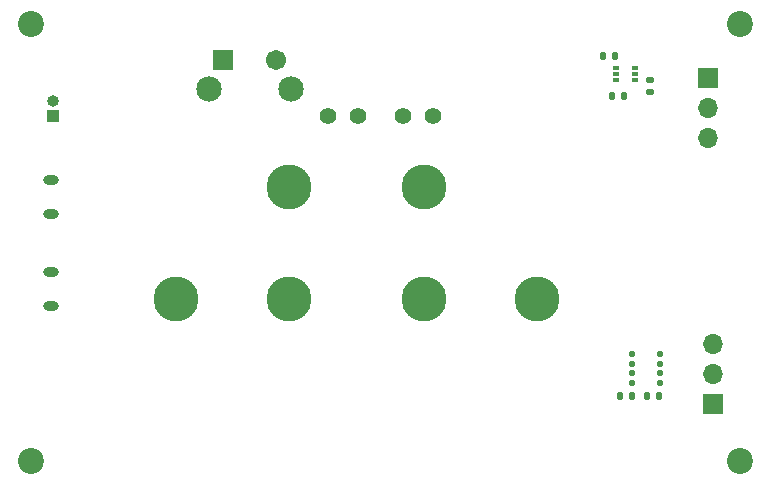
<source format=gbs>
%TF.GenerationSoftware,KiCad,Pcbnew,8.0.2-1*%
%TF.CreationDate,2025-01-23T13:43:47+09:00*%
%TF.ProjectId,gas_nrf52832,6761735f-6e72-4663-9532-3833322e6b69,rev?*%
%TF.SameCoordinates,Original*%
%TF.FileFunction,Soldermask,Bot*%
%TF.FilePolarity,Negative*%
%FSLAX46Y46*%
G04 Gerber Fmt 4.6, Leading zero omitted, Abs format (unit mm)*
G04 Created by KiCad (PCBNEW 8.0.2-1) date 2025-01-23 13:43:47*
%MOMM*%
%LPD*%
G01*
G04 APERTURE LIST*
G04 Aperture macros list*
%AMRoundRect*
0 Rectangle with rounded corners*
0 $1 Rounding radius*
0 $2 $3 $4 $5 $6 $7 $8 $9 X,Y pos of 4 corners*
0 Add a 4 corners polygon primitive as box body*
4,1,4,$2,$3,$4,$5,$6,$7,$8,$9,$2,$3,0*
0 Add four circle primitives for the rounded corners*
1,1,$1+$1,$2,$3*
1,1,$1+$1,$4,$5*
1,1,$1+$1,$6,$7*
1,1,$1+$1,$8,$9*
0 Add four rect primitives between the rounded corners*
20,1,$1+$1,$2,$3,$4,$5,0*
20,1,$1+$1,$4,$5,$6,$7,0*
20,1,$1+$1,$6,$7,$8,$9,0*
20,1,$1+$1,$8,$9,$2,$3,0*%
G04 Aperture macros list end*
%ADD10C,1.400000*%
%ADD11R,1.000000X1.000000*%
%ADD12O,1.000000X1.000000*%
%ADD13R,1.700000X1.700000*%
%ADD14O,1.700000X1.700000*%
%ADD15C,2.200000*%
%ADD16RoundRect,0.102000X0.754000X0.754000X-0.754000X0.754000X-0.754000X-0.754000X0.754000X-0.754000X0*%
%ADD17C,1.712000*%
%ADD18C,2.154000*%
%ADD19O,1.304000X0.904000*%
%ADD20RoundRect,0.135000X-0.135000X-0.185000X0.135000X-0.185000X0.135000X0.185000X-0.135000X0.185000X0*%
%ADD21R,0.492000X0.300000*%
%ADD22RoundRect,0.125000X0.137500X-0.125000X0.137500X0.125000X-0.137500X0.125000X-0.137500X-0.125000X0*%
%ADD23RoundRect,0.135000X0.135000X0.185000X-0.135000X0.185000X-0.135000X-0.185000X0.135000X-0.185000X0*%
%ADD24C,3.800000*%
%ADD25RoundRect,0.140000X0.140000X0.170000X-0.140000X0.170000X-0.140000X-0.170000X0.140000X-0.170000X0*%
%ADD26RoundRect,0.135000X0.185000X-0.135000X0.185000X0.135000X-0.185000X0.135000X-0.185000X-0.135000X0*%
%ADD27RoundRect,0.140000X-0.140000X-0.170000X0.140000X-0.170000X0.140000X0.170000X-0.140000X0.170000X0*%
G04 APERTURE END LIST*
D10*
X128100000Y-110250000D03*
X130640000Y-110250000D03*
D11*
X104860000Y-110260000D03*
D12*
X104860000Y-108990000D03*
D13*
X160710000Y-134610000D03*
D14*
X160710000Y-132070000D03*
X160710000Y-129530000D03*
D15*
X103000000Y-102500000D03*
X103000000Y-139500000D03*
X163000000Y-102500000D03*
X163000000Y-139500000D03*
D13*
X160330000Y-107030000D03*
D14*
X160330000Y-109570000D03*
X160330000Y-112110000D03*
D16*
X119250000Y-105500000D03*
D17*
X123750000Y-105500000D03*
D18*
X118000000Y-108000000D03*
X125000000Y-108000000D03*
D10*
X134500000Y-110250000D03*
X137040000Y-110250000D03*
D19*
X104650000Y-118550000D03*
X104650000Y-126350000D03*
X104650000Y-123450000D03*
X104650000Y-115650000D03*
D20*
X151434000Y-105155000D03*
X152454000Y-105155000D03*
D21*
X154134000Y-106230000D03*
X154134000Y-106730000D03*
X154134000Y-107230000D03*
X152466000Y-107230000D03*
X152466000Y-106730000D03*
X152466000Y-106230000D03*
D22*
X156195000Y-132840000D03*
X156195000Y-132040000D03*
X156195000Y-131240000D03*
X156195000Y-130440000D03*
X153820000Y-130440000D03*
X153820000Y-131240000D03*
X153820000Y-132040000D03*
X153820000Y-132840000D03*
D23*
X153170000Y-108520000D03*
X152150000Y-108520000D03*
D24*
X115227029Y-125772971D03*
X124772971Y-116227029D03*
X124772971Y-125772971D03*
D25*
X156120000Y-133965000D03*
X155160000Y-133965000D03*
D26*
X155380000Y-108250000D03*
X155380000Y-107230000D03*
D27*
X152865000Y-133965000D03*
X153825000Y-133965000D03*
D24*
X136227029Y-125772971D03*
X136227029Y-116227029D03*
X145772971Y-125772971D03*
M02*

</source>
